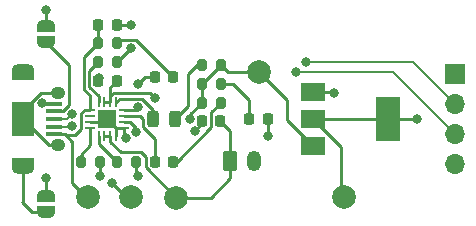
<source format=gbr>
%TF.GenerationSoftware,KiCad,Pcbnew,(6.0.0-0)*%
%TF.CreationDate,2022-08-17T15:30:41+02:00*%
%TF.ProjectId,bq24072_pmic_board,62713234-3037-4325-9f70-6d69635f626f,rev?*%
%TF.SameCoordinates,Original*%
%TF.FileFunction,Copper,L1,Top*%
%TF.FilePolarity,Positive*%
%FSLAX46Y46*%
G04 Gerber Fmt 4.6, Leading zero omitted, Abs format (unit mm)*
G04 Created by KiCad (PCBNEW (6.0.0-0)) date 2022-08-17 15:30:41*
%MOMM*%
%LPD*%
G01*
G04 APERTURE LIST*
G04 Aperture macros list*
%AMRoundRect*
0 Rectangle with rounded corners*
0 $1 Rounding radius*
0 $2 $3 $4 $5 $6 $7 $8 $9 X,Y pos of 4 corners*
0 Add a 4 corners polygon primitive as box body*
4,1,4,$2,$3,$4,$5,$6,$7,$8,$9,$2,$3,0*
0 Add four circle primitives for the rounded corners*
1,1,$1+$1,$2,$3*
1,1,$1+$1,$4,$5*
1,1,$1+$1,$6,$7*
1,1,$1+$1,$8,$9*
0 Add four rect primitives between the rounded corners*
20,1,$1+$1,$2,$3,$4,$5,0*
20,1,$1+$1,$4,$5,$6,$7,0*
20,1,$1+$1,$6,$7,$8,$9,0*
20,1,$1+$1,$8,$9,$2,$3,0*%
%AMFreePoly0*
4,1,22,0.500000,-0.750000,0.000000,-0.750000,0.000000,-0.745033,-0.079941,-0.743568,-0.215256,-0.701293,-0.333266,-0.622738,-0.424486,-0.514219,-0.481581,-0.384460,-0.499164,-0.250000,-0.500000,-0.250000,-0.500000,0.250000,-0.499164,0.250000,-0.499963,0.256109,-0.478152,0.396186,-0.417904,0.524511,-0.324060,0.630769,-0.204165,0.706417,-0.067858,0.745374,0.000000,0.744959,0.000000,0.750000,
0.500000,0.750000,0.500000,-0.750000,0.500000,-0.750000,$1*%
%AMFreePoly1*
4,1,20,0.000000,0.744959,0.073905,0.744508,0.209726,0.703889,0.328688,0.626782,0.421226,0.519385,0.479903,0.390333,0.500000,0.250000,0.500000,-0.250000,0.499851,-0.262216,0.476331,-0.402017,0.414519,-0.529596,0.319384,-0.634700,0.198574,-0.708877,0.061801,-0.746166,0.000000,-0.745033,0.000000,-0.750000,-0.500000,-0.750000,-0.500000,0.750000,0.000000,0.750000,0.000000,0.744959,
0.000000,0.744959,$1*%
G04 Aperture macros list end*
%TA.AperFunction,SMDPad,CuDef*%
%ADD10RoundRect,0.200000X0.200000X0.275000X-0.200000X0.275000X-0.200000X-0.275000X0.200000X-0.275000X0*%
%TD*%
%TA.AperFunction,SMDPad,CuDef*%
%ADD11C,2.000000*%
%TD*%
%TA.AperFunction,SMDPad,CuDef*%
%ADD12RoundRect,0.200000X-0.200000X-0.275000X0.200000X-0.275000X0.200000X0.275000X-0.200000X0.275000X0*%
%TD*%
%TA.AperFunction,ComponentPad*%
%ADD13R,1.700000X1.700000*%
%TD*%
%TA.AperFunction,ComponentPad*%
%ADD14O,1.700000X1.700000*%
%TD*%
%TA.AperFunction,SMDPad,CuDef*%
%ADD15RoundRect,0.218750X-0.218750X-0.256250X0.218750X-0.256250X0.218750X0.256250X-0.218750X0.256250X0*%
%TD*%
%TA.AperFunction,SMDPad,CuDef*%
%ADD16RoundRect,0.225000X-0.225000X-0.250000X0.225000X-0.250000X0.225000X0.250000X-0.225000X0.250000X0*%
%TD*%
%TA.AperFunction,ComponentPad*%
%ADD17RoundRect,0.250000X-0.350000X-0.625000X0.350000X-0.625000X0.350000X0.625000X-0.350000X0.625000X0*%
%TD*%
%TA.AperFunction,ComponentPad*%
%ADD18O,1.200000X1.750000*%
%TD*%
%TA.AperFunction,SMDPad,CuDef*%
%ADD19RoundRect,0.062500X0.062500X-0.375000X0.062500X0.375000X-0.062500X0.375000X-0.062500X-0.375000X0*%
%TD*%
%TA.AperFunction,SMDPad,CuDef*%
%ADD20RoundRect,0.062500X0.375000X-0.062500X0.375000X0.062500X-0.375000X0.062500X-0.375000X-0.062500X0*%
%TD*%
%TA.AperFunction,SMDPad,CuDef*%
%ADD21R,1.600000X1.600000*%
%TD*%
%TA.AperFunction,SMDPad,CuDef*%
%ADD22FreePoly0,90.000000*%
%TD*%
%TA.AperFunction,SMDPad,CuDef*%
%ADD23FreePoly1,90.000000*%
%TD*%
%TA.AperFunction,SMDPad,CuDef*%
%ADD24RoundRect,0.218750X0.218750X0.256250X-0.218750X0.256250X-0.218750X-0.256250X0.218750X-0.256250X0*%
%TD*%
%TA.AperFunction,SMDPad,CuDef*%
%ADD25R,1.350000X0.400000*%
%TD*%
%TA.AperFunction,ComponentPad*%
%ADD26O,1.250000X1.050000*%
%TD*%
%TA.AperFunction,SMDPad,CuDef*%
%ADD27R,1.900000X0.875000*%
%TD*%
%TA.AperFunction,ComponentPad*%
%ADD28O,1.900000X1.000000*%
%TD*%
%TA.AperFunction,SMDPad,CuDef*%
%ADD29R,1.900000X2.900000*%
%TD*%
%TA.AperFunction,SMDPad,CuDef*%
%ADD30R,2.000000X1.500000*%
%TD*%
%TA.AperFunction,SMDPad,CuDef*%
%ADD31R,2.000000X3.800000*%
%TD*%
%TA.AperFunction,SMDPad,CuDef*%
%ADD32RoundRect,0.243750X-0.243750X-0.456250X0.243750X-0.456250X0.243750X0.456250X-0.243750X0.456250X0*%
%TD*%
%TA.AperFunction,ViaPad*%
%ADD33C,0.800000*%
%TD*%
%TA.AperFunction,Conductor*%
%ADD34C,0.250000*%
%TD*%
%TA.AperFunction,Conductor*%
%ADD35C,0.200000*%
%TD*%
G04 APERTURE END LIST*
D10*
%TO.P,R204,1*%
%TO.N,GND*%
X136025000Y-93600000D03*
%TO.P,R204,2*%
%TO.N,Net-(R204-Pad2)*%
X134375000Y-93600000D03*
%TD*%
D11*
%TO.P,TP105,1,1*%
%TO.N,VUSB*%
X132000000Y-96600000D03*
%TD*%
D10*
%TO.P,R101,1*%
%TO.N,Net-(D101-Pad2)*%
X134450000Y-83600000D03*
%TO.P,R101,2*%
%TO.N,VUSB*%
X132800000Y-83600000D03*
%TD*%
D12*
%TO.P,R203,1*%
%TO.N,Net-(R203-Pad1)*%
X131350000Y-93600000D03*
%TO.P,R203,2*%
%TO.N,GND*%
X133000000Y-93600000D03*
%TD*%
D13*
%TO.P,J103,1,Pin_1*%
%TO.N,3V3*%
X163025000Y-86200000D03*
D14*
%TO.P,J103,2,Pin_2*%
%TO.N,D+*%
X163025000Y-88740000D03*
%TO.P,J103,3,Pin_3*%
%TO.N,D-*%
X163025000Y-91280000D03*
%TO.P,J103,4,Pin_4*%
%TO.N,GND*%
X163025000Y-93820000D03*
%TD*%
D12*
%TO.P,R102,1*%
%TO.N,OUT*%
X141575000Y-87000000D03*
%TO.P,R102,2*%
%TO.N,Net-(D102-Pad2)*%
X143225000Y-87000000D03*
%TD*%
D15*
%TO.P,D101,1,K*%
%TO.N,GND*%
X137612500Y-86400000D03*
%TO.P,D101,2,A*%
%TO.N,Net-(D101-Pad2)*%
X139187500Y-86400000D03*
%TD*%
D16*
%TO.P,C202,1*%
%TO.N,GND*%
X132825000Y-86800000D03*
%TO.P,C202,2*%
%TO.N,OUT*%
X134375000Y-86800000D03*
%TD*%
D17*
%TO.P,J102,1,Pin_1*%
%TO.N,BATT+*%
X144000000Y-93550000D03*
D18*
%TO.P,J102,2,Pin_2*%
%TO.N,GND*%
X146000000Y-93550000D03*
%TD*%
D11*
%TO.P,TP101,1,1*%
%TO.N,BATT+*%
X139400000Y-96650000D03*
%TD*%
%TO.P,TP103,1,1*%
%TO.N,GND*%
X135600000Y-96600000D03*
%TD*%
D16*
%TO.P,C203,1*%
%TO.N,GND*%
X141625000Y-90200000D03*
%TO.P,C203,2*%
%TO.N,BATT+*%
X143175000Y-90200000D03*
%TD*%
D19*
%TO.P,U201,1,TS*%
%TO.N,Net-(R204-Pad2)*%
X132850000Y-91437500D03*
%TO.P,U201,2,BAT*%
%TO.N,BATT+*%
X133350000Y-91437500D03*
%TO.P,U201,3,BAT*%
X133850000Y-91437500D03*
%TO.P,U201,4,~{CE}*%
%TO.N,GND*%
X134350000Y-91437500D03*
D20*
%TO.P,U201,5,EN2*%
X135037500Y-90750000D03*
%TO.P,U201,6,EN1*%
%TO.N,OUT*%
X135037500Y-90250000D03*
%TO.P,U201,7,~{PGOOD}*%
%TO.N,Net-(D202-Pad1)*%
X135037500Y-89750000D03*
%TO.P,U201,8,VSS*%
%TO.N,GND*%
X135037500Y-89250000D03*
D19*
%TO.P,U201,9,~{CHG}*%
%TO.N,Net-(D203-Pad1)*%
X134350000Y-88562500D03*
%TO.P,U201,10,OUT*%
%TO.N,OUT*%
X133850000Y-88562500D03*
%TO.P,U201,11,OUT*%
X133350000Y-88562500D03*
%TO.P,U201,12,ILIM*%
%TO.N,Net-(R202-Pad1)*%
X132850000Y-88562500D03*
D20*
%TO.P,U201,13,IN*%
%TO.N,VUSB*%
X132162500Y-89250000D03*
%TO.P,U201,14,TMR*%
%TO.N,unconnected-(U201-Pad14)*%
X132162500Y-89750000D03*
%TO.P,U201,15,TD*%
%TO.N,GND*%
X132162500Y-90250000D03*
%TO.P,U201,16,ISET*%
%TO.N,Net-(R203-Pad1)*%
X132162500Y-90750000D03*
D21*
%TO.P,U201,17,VSS*%
%TO.N,GND*%
X133600000Y-90000000D03*
%TD*%
D12*
%TO.P,R202,1*%
%TO.N,Net-(R202-Pad1)*%
X132800000Y-85200000D03*
%TO.P,R202,2*%
%TO.N,GND*%
X134450000Y-85200000D03*
%TD*%
D22*
%TO.P,JP1,1,A*%
%TO.N,Net-(J101-Pad6)*%
X128400000Y-97850000D03*
D23*
%TO.P,JP1,2,B*%
%TO.N,GND*%
X128400000Y-96550000D03*
%TD*%
D24*
%TO.P,D102,1,K*%
%TO.N,GND*%
X147187500Y-90000000D03*
%TO.P,D102,2,A*%
%TO.N,Net-(D102-Pad2)*%
X145612500Y-90000000D03*
%TD*%
D25*
%TO.P,J101,1,VBUS*%
%TO.N,VUSB*%
X129095000Y-91300000D03*
%TO.P,J101,2,D-*%
%TO.N,D-*%
X129095000Y-90650000D03*
%TO.P,J101,3,D+*%
%TO.N,D+*%
X129095000Y-90000000D03*
%TO.P,J101,4,ID*%
%TO.N,Net-(J101-Pad4)*%
X129095000Y-89350000D03*
%TO.P,J101,5,GND*%
%TO.N,GND*%
X129095000Y-88700000D03*
D26*
%TO.P,J101,6,Shield*%
%TO.N,Net-(J101-Pad6)*%
X129420000Y-92225000D03*
D27*
X126420000Y-93737500D03*
D26*
X129420000Y-87775000D03*
D28*
X126420000Y-85825000D03*
D27*
X126420000Y-86262500D03*
D28*
X126420000Y-94175000D03*
D29*
X126420000Y-90000000D03*
%TD*%
D16*
%TO.P,C201,1*%
%TO.N,VUSB*%
X132825000Y-82000000D03*
%TO.P,C201,2*%
%TO.N,GND*%
X134375000Y-82000000D03*
%TD*%
D12*
%TO.P,R205,1*%
%TO.N,OUT*%
X141575000Y-88600000D03*
%TO.P,R205,2*%
%TO.N,Net-(D202-Pad2)*%
X143225000Y-88600000D03*
%TD*%
D15*
%TO.P,D202,1,K*%
%TO.N,Net-(D202-Pad1)*%
X137612500Y-93600000D03*
%TO.P,D202,2,A*%
%TO.N,Net-(D202-Pad2)*%
X139187500Y-93600000D03*
%TD*%
D10*
%TO.P,R206,1*%
%TO.N,OUT*%
X143225000Y-85400000D03*
%TO.P,R206,2*%
%TO.N,Net-(D203-Pad2)*%
X141575000Y-85400000D03*
%TD*%
D30*
%TO.P,U101,1,GND*%
%TO.N,GND*%
X151050000Y-87700000D03*
%TO.P,U101,2,VO*%
%TO.N,3V3*%
X151050000Y-90000000D03*
D31*
X157350000Y-90000000D03*
D30*
%TO.P,U101,3,VI*%
%TO.N,OUT*%
X151050000Y-92300000D03*
%TD*%
D11*
%TO.P,TP102,1,1*%
%TO.N,OUT*%
X146400000Y-86000000D03*
%TD*%
%TO.P,TP104,1,1*%
%TO.N,3V3*%
X153600000Y-96600000D03*
%TD*%
D22*
%TO.P,JP2,1,A*%
%TO.N,Net-(J101-Pad4)*%
X128400000Y-83450000D03*
D23*
%TO.P,JP2,2,B*%
%TO.N,GND*%
X128400000Y-82150000D03*
%TD*%
D32*
%TO.P,D203,1,K*%
%TO.N,Net-(D203-Pad1)*%
X137462500Y-90000000D03*
%TO.P,D203,2,A*%
%TO.N,Net-(D203-Pad2)*%
X139337500Y-90000000D03*
%TD*%
D33*
%TO.N,GND*%
X132906851Y-86503906D03*
X134000000Y-95400000D03*
X136200000Y-89000000D03*
X135600000Y-82000000D03*
X128100962Y-88642440D03*
X135600000Y-84000000D03*
X136200000Y-94800000D03*
X152800000Y-87800000D03*
X128400000Y-95000000D03*
X135157960Y-91625958D03*
X133000000Y-94800000D03*
X128400000Y-80800000D03*
X141000000Y-91000000D03*
X136200000Y-87000000D03*
X147200000Y-91400000D03*
%TO.N,OUT*%
X136008406Y-91100842D03*
X137600000Y-88200000D03*
X140575500Y-90000000D03*
%TO.N,D+*%
X150400000Y-85200000D03*
X130626491Y-89584265D03*
%TO.N,D-*%
X149600000Y-86000000D03*
X130600000Y-90600000D03*
%TO.N,3V3*%
X159800000Y-90000000D03*
%TD*%
D34*
%TO.N,VUSB*%
X130625480Y-95425480D02*
X131800000Y-96600000D01*
X131400480Y-90824120D02*
X131400480Y-89527192D01*
X131677672Y-89250000D02*
X132162500Y-89250000D01*
X130044501Y-91324501D02*
X130900099Y-91324501D01*
X132162500Y-88025342D02*
X131600969Y-87463811D01*
X131400480Y-89527192D02*
X131677672Y-89250000D01*
X130020000Y-91300000D02*
X130044501Y-91324501D01*
X132825000Y-83550000D02*
X132825000Y-82000000D01*
X130625480Y-91905480D02*
X130625480Y-95425480D01*
X130020000Y-91300000D02*
X130625480Y-91905480D01*
X129095000Y-91300000D02*
X130020000Y-91300000D01*
X131600969Y-87463811D02*
X131600969Y-84774031D01*
X131600969Y-84774031D02*
X132825000Y-83550000D01*
X132162500Y-89250000D02*
X132162500Y-88025342D01*
X130900099Y-91324501D02*
X131400480Y-90824120D01*
%TO.N,GND*%
X135037500Y-89250000D02*
X135950000Y-89250000D01*
X134350000Y-90750000D02*
X133600000Y-90000000D01*
X128158522Y-88700000D02*
X128100962Y-88642440D01*
X134450000Y-85200000D02*
X134450000Y-85150000D01*
X136025000Y-93600000D02*
X136025000Y-94625000D01*
X147187500Y-91387500D02*
X147200000Y-91400000D01*
X136025000Y-94625000D02*
X136200000Y-94800000D01*
X135037500Y-91505498D02*
X135157960Y-91625958D01*
X136800000Y-86400000D02*
X136200000Y-87000000D01*
X135037500Y-90837500D02*
X135037500Y-91505498D01*
X132162500Y-90250000D02*
X133350000Y-90250000D01*
X134375000Y-82000000D02*
X135600000Y-82000000D01*
X133350000Y-90250000D02*
X133600000Y-90000000D01*
X129095000Y-88700000D02*
X128158522Y-88700000D01*
X135600000Y-96600000D02*
X135200000Y-96600000D01*
X141625000Y-90375000D02*
X141000000Y-91000000D01*
X147187500Y-90000000D02*
X147187500Y-91387500D01*
X137612500Y-86400000D02*
X136800000Y-86400000D01*
X135200000Y-96600000D02*
X134000000Y-95400000D01*
X134450000Y-85150000D02*
X135600000Y-84000000D01*
X128400000Y-96550000D02*
X128400000Y-95000000D01*
X128400000Y-82150000D02*
X128400000Y-80800000D01*
X152700000Y-87700000D02*
X152800000Y-87800000D01*
X135037500Y-90750000D02*
X134350000Y-90750000D01*
X135037500Y-90750000D02*
X135037500Y-90837500D01*
X135950000Y-89250000D02*
X136200000Y-89000000D01*
X133000000Y-93600000D02*
X133000000Y-94800000D01*
X151050000Y-87700000D02*
X152700000Y-87700000D01*
X132906851Y-86718149D02*
X132906851Y-86503906D01*
X141625000Y-90200000D02*
X141625000Y-90375000D01*
X132825000Y-86800000D02*
X132906851Y-86718149D01*
X134350000Y-90750000D02*
X134350000Y-91437500D01*
%TO.N,BATT+*%
X139400000Y-96650000D02*
X142350000Y-96650000D01*
X143175000Y-90200000D02*
X144000000Y-91025000D01*
X136442263Y-92800480D02*
X136850480Y-93208697D01*
X136850480Y-94100480D02*
X139400000Y-96650000D01*
X133850000Y-91437500D02*
X133850000Y-91922328D01*
X133350000Y-91437500D02*
X133850000Y-91437500D01*
X133850000Y-91922328D02*
X134728152Y-92800480D01*
X134728152Y-92800480D02*
X136442263Y-92800480D01*
X144000000Y-95000000D02*
X144000000Y-93550000D01*
X144000000Y-91025000D02*
X144000000Y-93550000D01*
X142350000Y-96650000D02*
X144000000Y-95000000D01*
X136850480Y-93208697D02*
X136850480Y-94100480D01*
%TO.N,OUT*%
X143225000Y-85400000D02*
X143825000Y-86000000D01*
X143825000Y-86000000D02*
X146400000Y-86000000D01*
X133850000Y-88562500D02*
X133850000Y-87325000D01*
X137600000Y-88200000D02*
X137200480Y-87800480D01*
X133850000Y-88077672D02*
X133850000Y-88562500D01*
X135522328Y-90250000D02*
X136008406Y-90736078D01*
X133850000Y-87325000D02*
X134375000Y-86800000D01*
X148800000Y-90050000D02*
X151050000Y-92300000D01*
X141625000Y-87000000D02*
X143225000Y-85400000D01*
X141575000Y-87000000D02*
X141625000Y-87000000D01*
X148800000Y-88400000D02*
X148800000Y-90050000D01*
X146400000Y-86000000D02*
X148800000Y-88400000D01*
X137200480Y-87800480D02*
X134127192Y-87800480D01*
X141575000Y-88600000D02*
X141575000Y-87000000D01*
X140575500Y-90000000D02*
X140575500Y-89599500D01*
X133350000Y-88562500D02*
X133850000Y-88562500D01*
X140575500Y-89599500D02*
X141575000Y-88600000D01*
X134127192Y-87800480D02*
X133850000Y-88077672D01*
X135037500Y-90250000D02*
X135522328Y-90250000D01*
%TO.N,Net-(D101-Pad2)*%
X134425000Y-83600000D02*
X134749501Y-83275499D01*
X136062999Y-83275499D02*
X139187500Y-86400000D01*
X134749501Y-83275499D02*
X136062999Y-83275499D01*
%TO.N,Net-(D202-Pad1)*%
X135037500Y-89750000D02*
X136350000Y-89750000D01*
X136600000Y-90000000D02*
X136600000Y-90641155D01*
X136350000Y-89750000D02*
X136600000Y-90000000D01*
X136600000Y-90641155D02*
X137612500Y-91653655D01*
X137612500Y-91653655D02*
X137612500Y-93600000D01*
%TO.N,Net-(D202-Pad2)*%
X142400480Y-90676658D02*
X142400480Y-89424520D01*
X142400480Y-89424520D02*
X143225000Y-88600000D01*
X139187500Y-93600000D02*
X139477138Y-93600000D01*
X139477138Y-93600000D02*
X142400480Y-90676658D01*
%TO.N,Net-(J101-Pad6)*%
X128400000Y-97850000D02*
X127250000Y-97850000D01*
X127943802Y-87775000D02*
X129420000Y-87775000D01*
X126420000Y-90000000D02*
X126420000Y-89298802D01*
X126400000Y-97000000D02*
X126420000Y-96980000D01*
X126420000Y-89298802D02*
X127943802Y-87775000D01*
X127250000Y-97850000D02*
X126400000Y-97000000D01*
X128645000Y-92225000D02*
X129420000Y-92225000D01*
X126420000Y-96980000D02*
X126420000Y-94175000D01*
X126420000Y-90000000D02*
X128645000Y-92225000D01*
%TO.N,Net-(J101-Pad4)*%
X129095000Y-89350000D02*
X129836156Y-89350000D01*
X130369520Y-85419520D02*
X128400000Y-83450000D01*
X129836156Y-89350000D02*
X130369520Y-88816636D01*
X130369520Y-88816636D02*
X130369520Y-85419520D01*
D35*
%TO.N,D+*%
X130210756Y-90000000D02*
X130626491Y-89584265D01*
X159485000Y-85200000D02*
X163025000Y-88740000D01*
X129095000Y-90000000D02*
X130210756Y-90000000D01*
X150400000Y-85200000D02*
X159485000Y-85200000D01*
%TO.N,D-*%
X149600000Y-86000000D02*
X157745000Y-86000000D01*
X157745000Y-86000000D02*
X163025000Y-91280000D01*
X129095000Y-90650000D02*
X130550000Y-90650000D01*
X130550000Y-90650000D02*
X130600000Y-90600000D01*
D34*
%TO.N,3V3*%
X151050000Y-90000000D02*
X157350000Y-90000000D01*
X153400000Y-92350000D02*
X153400000Y-96600000D01*
X157350000Y-90000000D02*
X159800000Y-90000000D01*
X151050000Y-90000000D02*
X153400000Y-92350000D01*
%TO.N,Net-(D203-Pad1)*%
X137462500Y-89237900D02*
X137462500Y-90000000D01*
X134350000Y-88562500D02*
X134637001Y-88275499D01*
X134637001Y-88275499D02*
X136500099Y-88275499D01*
X136500099Y-88275499D02*
X137462500Y-89237900D01*
%TO.N,Net-(D203-Pad2)*%
X140400000Y-86200000D02*
X141200000Y-85400000D01*
X140400000Y-88937500D02*
X140400000Y-86200000D01*
X139337500Y-90000000D02*
X140400000Y-88937500D01*
X141200000Y-85400000D02*
X141575000Y-85400000D01*
%TO.N,Net-(D102-Pad2)*%
X144200000Y-87000000D02*
X145612500Y-88412500D01*
X145612500Y-88412500D02*
X145612500Y-90000000D01*
X143225000Y-87000000D02*
X144200000Y-87000000D01*
%TO.N,Net-(R202-Pad1)*%
X132050480Y-87277618D02*
X132850000Y-88077138D01*
X132050480Y-85949520D02*
X132050480Y-87277618D01*
X132800000Y-85200000D02*
X132050480Y-85949520D01*
X132850000Y-88077138D02*
X132850000Y-88562500D01*
%TO.N,Net-(R203-Pad1)*%
X131350000Y-93050000D02*
X132162500Y-92237500D01*
X132162500Y-92237500D02*
X132162500Y-90750000D01*
X131350000Y-93600000D02*
X131350000Y-93050000D01*
%TO.N,Net-(R204-Pad2)*%
X132850000Y-92075000D02*
X132850000Y-91437500D01*
X134375000Y-93600000D02*
X132850000Y-92075000D01*
%TD*%
M02*

</source>
